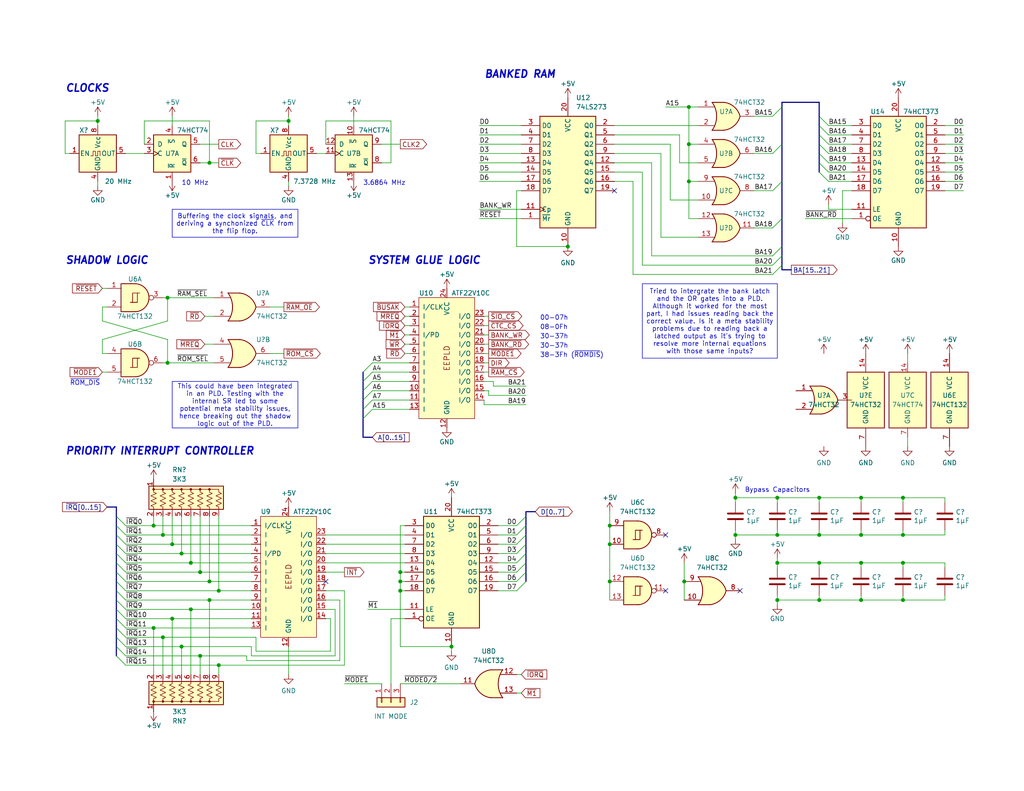
<source format=kicad_sch>
(kicad_sch (version 20230121) (generator eeschema)
  (paper "USLetter")
  (title_block (title "Glue Logic") (date "2023-08-31") (rev "2.1") (company "Frédéric Segard") (comment 1 "@microhobbyist") (comment 4 "Thank you to John Winans for his inspiration, as well as Grant Searle and Sergey Kiselev"))
  (junction (at 223.52 135.89))
  (junction (at 186.69 158.75))
  (junction (at 45.72 81.28))
  (junction (at 212.09 146.05))
  (junction (at 52.07 153.67))
  (junction (at 223.52 146.05))
  (junction (at 49.53 151.13))
  (junction (at 187.96 39.37))
  (junction (at 59.69 161.29))
  (junction (at 223.52 163.83))
  (junction (at 59.69 181.61))
  (junction (at 109.22 156.21))
  (junction (at 246.38 146.05))
  (junction (at 109.22 158.75))
  (junction (at 154.94 67.31))
  (junction (at 246.38 135.89))
  (junction (at 223.52 153.67))
  (junction (at 212.09 135.89))
  (junction (at 41.91 143.51))
  (junction (at 123.19 176.53))
  (junction (at 45.72 99.06))
  (junction (at 166.37 148.59))
  (junction (at 212.09 163.83))
  (junction (at 200.66 146.05))
  (junction (at 54.61 179.07))
  (junction (at 46.99 148.59))
  (junction (at 212.09 153.67))
  (junction (at 52.07 166.37))
  (junction (at 26.67 33.02))
  (junction (at 57.15 163.83))
  (junction (at 187.96 49.53))
  (junction (at 234.95 146.05))
  (junction (at 166.37 158.75))
  (junction (at 41.91 171.45))
  (junction (at 166.37 143.51))
  (junction (at 234.95 135.89))
  (junction (at 49.53 176.53))
  (junction (at 46.99 168.91))
  (junction (at 54.61 156.21))
  (junction (at 246.38 163.83))
  (junction (at 246.38 153.67))
  (junction (at 234.95 163.83))
  (junction (at 57.15 158.75))
  (junction (at 78.74 33.02))
  (junction (at 44.45 173.99))
  (junction (at 234.95 153.67))
  (junction (at 109.22 161.29))
  (junction (at 57.15 44.45))
  (junction (at 200.66 135.89))
  (junction (at 44.45 146.05))
  (junction (at 187.96 29.21))
  (no_connect (at 201.93 161.29))
  (no_connect (at 181.61 146.05))
  (no_connect (at 88.9 158.75))
  (no_connect (at 167.64 52.07))
  (no_connect (at 181.61 161.29))
  (bus_entry (at 223.52 46.99) (size 2.54 2.54))
  (bus_entry (at 140.97 143.51) (size 2.54 -2.54))
  (bus_entry (at 31.75 166.37) (size 2.54 2.54))
  (bus_entry (at 140.97 146.05) (size 2.54 -2.54))
  (bus_entry (at 210.82 72.39) (size 2.54 -2.54))
  (bus_entry (at 140.97 158.75) (size 2.54 -2.54))
  (bus_entry (at 140.97 161.29) (size 2.54 -2.54))
  (bus_entry (at 31.75 156.21) (size 2.54 2.54))
  (bus_entry (at 223.52 34.29) (size 2.54 2.54))
  (bus_entry (at 31.75 143.51) (size 2.54 2.54))
  (bus_entry (at 31.75 161.29) (size 2.54 2.54))
  (bus_entry (at 140.97 148.59) (size 2.54 -2.54))
  (bus_entry (at 31.75 158.75) (size 2.54 2.54))
  (bus_entry (at 31.75 176.53) (size 2.54 2.54))
  (bus_entry (at 210.82 62.23) (size 2.54 -2.54))
  (bus_entry (at 223.52 41.91) (size 2.54 2.54))
  (bus_entry (at 210.82 74.93) (size 2.54 -2.54))
  (bus_entry (at 31.75 146.05) (size 2.54 2.54))
  (bus_entry (at 31.75 173.99) (size 2.54 2.54))
  (bus_entry (at 223.52 36.83) (size 2.54 2.54))
  (bus_entry (at 31.75 168.91) (size 2.54 2.54))
  (bus_entry (at 223.52 39.37) (size 2.54 2.54))
  (bus_entry (at 31.75 163.83) (size 2.54 2.54))
  (bus_entry (at 210.82 52.07) (size 2.54 -2.54))
  (bus_entry (at 223.52 31.75) (size 2.54 2.54))
  (bus_entry (at 140.97 156.21) (size 2.54 -2.54))
  (bus_entry (at 210.82 41.91) (size 2.54 -2.54))
  (bus_entry (at 99.06 106.68) (size 2.54 -2.54))
  (bus_entry (at 210.82 31.75) (size 2.54 -2.54))
  (bus_entry (at 99.06 114.3) (size 2.54 -2.54))
  (bus_entry (at 31.75 140.97) (size 2.54 2.54))
  (bus_entry (at 31.75 179.07) (size 2.54 2.54))
  (bus_entry (at 31.75 151.13) (size 2.54 2.54))
  (bus_entry (at 210.82 69.85) (size 2.54 -2.54))
  (bus_entry (at 140.97 153.67) (size 2.54 -2.54))
  (bus_entry (at 140.97 151.13) (size 2.54 -2.54))
  (bus_entry (at 31.75 148.59) (size 2.54 2.54))
  (bus_entry (at 99.06 104.14) (size 2.54 -2.54))
  (bus_entry (at 99.06 101.6) (size 2.54 -2.54))
  (bus_entry (at 99.06 109.22) (size 2.54 -2.54))
  (bus_entry (at 31.75 153.67) (size 2.54 2.54))
  (bus_entry (at 223.52 44.45) (size 2.54 2.54))
  (bus_entry (at 99.06 111.76) (size 2.54 -2.54))
  (bus_entry (at 31.75 171.45) (size 2.54 2.54))
  (wire (pts (xy 166.37 158.75) (xy 166.37 163.83)))
  (wire (pts (xy 55.88 93.98) (xy 58.42 93.98)))
  (wire (pts (xy 78.74 31.75) (xy 78.74 33.02)))
  (wire (pts (xy 223.52 135.89) (xy 212.09 135.89)))
  (bus (pts (xy 31.75 173.99) (xy 31.75 176.53)))
  (wire (pts (xy 46.99 140.97) (xy 46.99 148.59)))
  (wire (pts (xy 109.22 158.75) (xy 110.49 158.75)))
  (wire (pts (xy 166.37 148.59) (xy 166.37 158.75)))
  (bus (pts (xy 31.75 171.45) (xy 31.75 173.99)))
  (wire (pts (xy 49.53 176.53) (xy 68.58 176.53)))
  (wire (pts (xy 212.09 152.4) (xy 212.09 153.67)))
  (wire (pts (xy 180.34 64.77) (xy 180.34 41.91)))
  (wire (pts (xy 234.95 144.78) (xy 234.95 146.05)))
  (wire (pts (xy 78.74 176.53) (xy 78.74 184.15)))
  (wire (pts (xy 46.99 168.91) (xy 46.99 184.15)))
  (wire (pts (xy 262.89 36.83) (xy 257.81 36.83)))
  (wire (pts (xy 34.29 168.91) (xy 46.99 168.91)))
  (wire (pts (xy 41.91 171.45) (xy 41.91 184.15)))
  (wire (pts (xy 104.14 39.37) (xy 109.22 39.37)))
  (bus (pts (xy 223.52 36.83) (xy 223.52 34.29)))
  (wire (pts (xy 104.14 186.69) (xy 93.98 186.69)))
  (wire (pts (xy 130.81 46.99) (xy 142.24 46.99)))
  (wire (pts (xy 29.21 83.82) (xy 27.94 83.82)))
  (wire (pts (xy 133.35 107.95) (xy 143.51 107.95)))
  (wire (pts (xy 54.61 179.07) (xy 54.61 184.15)))
  (wire (pts (xy 26.67 50.8) (xy 26.67 49.53)))
  (wire (pts (xy 34.29 163.83) (xy 57.15 163.83)))
  (wire (pts (xy 73.66 83.82) (xy 77.47 83.82)))
  (wire (pts (xy 88.9 151.13) (xy 110.49 151.13)))
  (wire (pts (xy 91.44 166.37) (xy 88.9 166.37)))
  (wire (pts (xy 223.52 162.56) (xy 223.52 163.83)))
  (wire (pts (xy 212.09 146.05) (xy 223.52 146.05)))
  (wire (pts (xy 223.52 163.83) (xy 234.95 163.83)))
  (wire (pts (xy 27.94 101.6) (xy 29.21 101.6)))
  (wire (pts (xy 167.64 36.83) (xy 185.42 36.83)))
  (wire (pts (xy 57.15 44.45) (xy 59.69 44.45)))
  (wire (pts (xy 26.67 33.02) (xy 17.78 33.02)))
  (wire (pts (xy 246.38 153.67) (xy 257.81 153.67)))
  (bus (pts (xy 223.52 39.37) (xy 223.52 36.83)))
  (wire (pts (xy 226.06 44.45) (xy 232.41 44.45)))
  (wire (pts (xy 54.61 39.37) (xy 59.69 39.37)))
  (wire (pts (xy 187.96 39.37) (xy 187.96 29.21)))
  (wire (pts (xy 88.9 33.02) (xy 88.9 39.37)))
  (wire (pts (xy 205.74 31.75) (xy 210.82 31.75)))
  (wire (pts (xy 226.06 34.29) (xy 232.41 34.29)))
  (wire (pts (xy 110.49 143.51) (xy 109.22 143.51)))
  (wire (pts (xy 246.38 135.89) (xy 257.81 135.89)))
  (wire (pts (xy 234.95 135.89) (xy 246.38 135.89)))
  (wire (pts (xy 67.31 179.07) (xy 67.31 180.34)))
  (bus (pts (xy 31.75 158.75) (xy 31.75 161.29)))
  (bus (pts (xy 99.06 109.22) (xy 99.06 111.76)))
  (bus (pts (xy 213.36 27.94) (xy 223.52 27.94)))
  (wire (pts (xy 88.9 156.21) (xy 93.98 156.21)))
  (bus (pts (xy 143.51 153.67) (xy 143.51 151.13)))
  (wire (pts (xy 234.95 146.05) (xy 246.38 146.05)))
  (bus (pts (xy 143.51 151.13) (xy 143.51 148.59)))
  (wire (pts (xy 78.74 50.8) (xy 78.74 49.53)))
  (wire (pts (xy 123.19 176.53) (xy 123.19 177.8)))
  (wire (pts (xy 246.38 154.94) (xy 246.38 153.67)))
  (wire (pts (xy 257.81 162.56) (xy 257.81 163.83)))
  (wire (pts (xy 104.14 44.45) (xy 106.68 44.45)))
  (bus (pts (xy 143.51 158.75) (xy 143.51 156.21)))
  (wire (pts (xy 187.96 39.37) (xy 190.5 39.37)))
  (wire (pts (xy 234.95 162.56) (xy 234.95 163.83)))
  (wire (pts (xy 101.6 104.14) (xy 111.76 104.14)))
  (wire (pts (xy 167.64 46.99) (xy 175.26 46.99)))
  (wire (pts (xy 257.81 144.78) (xy 257.81 146.05)))
  (wire (pts (xy 45.72 81.28) (xy 58.42 81.28)))
  (wire (pts (xy 200.66 146.05) (xy 212.09 146.05)))
  (wire (pts (xy 106.68 168.91) (xy 106.68 186.69)))
  (wire (pts (xy 57.15 163.83) (xy 57.15 184.15)))
  (wire (pts (xy 186.69 153.67) (xy 186.69 158.75)))
  (wire (pts (xy 44.45 146.05) (xy 68.58 146.05)))
  (wire (pts (xy 34.29 166.37) (xy 52.07 166.37)))
  (wire (pts (xy 182.88 39.37) (xy 182.88 54.61)))
  (wire (pts (xy 34.29 151.13) (xy 49.53 151.13)))
  (wire (pts (xy 257.81 137.16) (xy 257.81 135.89)))
  (wire (pts (xy 212.09 163.83) (xy 212.09 165.1)))
  (wire (pts (xy 133.35 93.98) (xy 132.08 93.98)))
  (wire (pts (xy 226.06 49.53) (xy 232.41 49.53)))
  (wire (pts (xy 172.72 49.53) (xy 172.72 74.93)))
  (wire (pts (xy 96.52 31.75) (xy 96.52 34.29)))
  (wire (pts (xy 109.22 161.29) (xy 109.22 176.53)))
  (wire (pts (xy 229.87 52.07) (xy 229.87 60.96)))
  (wire (pts (xy 34.29 176.53) (xy 49.53 176.53)))
  (bus (pts (xy 31.75 166.37) (xy 31.75 168.91)))
  (wire (pts (xy 132.08 106.68) (xy 133.35 106.68)))
  (bus (pts (xy 143.51 146.05) (xy 143.51 143.51)))
  (wire (pts (xy 134.62 104.14) (xy 134.62 105.41)))
  (bus (pts (xy 99.06 101.6) (xy 99.06 104.14)))
  (bus (pts (xy 223.52 31.75) (xy 223.52 27.94)))
  (wire (pts (xy 142.24 44.45) (xy 130.81 44.45)))
  (wire (pts (xy 45.72 92.71) (xy 27.94 87.63)))
  (wire (pts (xy 130.81 34.29) (xy 142.24 34.29)))
  (wire (pts (xy 246.38 163.83) (xy 257.81 163.83)))
  (wire (pts (xy 262.89 52.07) (xy 257.81 52.07)))
  (wire (pts (xy 200.66 134.62) (xy 200.66 135.89)))
  (wire (pts (xy 247.65 96.52) (xy 247.65 99.06)))
  (wire (pts (xy 180.34 41.91) (xy 167.64 41.91)))
  (wire (pts (xy 88.9 146.05) (xy 110.49 146.05)))
  (bus (pts (xy 31.75 146.05) (xy 31.75 143.51)))
  (wire (pts (xy 91.44 179.07) (xy 91.44 166.37)))
  (wire (pts (xy 109.22 143.51) (xy 109.22 156.21)))
  (bus (pts (xy 31.75 153.67) (xy 31.75 151.13)))
  (wire (pts (xy 34.29 181.61) (xy 59.69 181.61)))
  (wire (pts (xy 45.72 87.63) (xy 27.94 92.71)))
  (bus (pts (xy 213.36 69.85) (xy 213.36 72.39)))
  (bus (pts (xy 213.36 29.21) (xy 213.36 39.37)))
  (wire (pts (xy 134.62 105.41) (xy 143.51 105.41)))
  (wire (pts (xy 92.71 163.83) (xy 88.9 163.83)))
  (wire (pts (xy 54.61 44.45) (xy 57.15 44.45)))
  (wire (pts (xy 34.29 158.75) (xy 57.15 158.75)))
  (wire (pts (xy 167.64 39.37) (xy 182.88 39.37)))
  (bus (pts (xy 223.52 44.45) (xy 223.52 46.99)))
  (wire (pts (xy 187.96 29.21) (xy 190.5 29.21)))
  (wire (pts (xy 34.29 146.05) (xy 44.45 146.05)))
  (bus (pts (xy 213.36 67.31) (xy 213.36 59.69)))
  (wire (pts (xy 69.85 33.02) (xy 69.85 41.91)))
  (wire (pts (xy 101.6 111.76) (xy 111.76 111.76)))
  (wire (pts (xy 175.26 46.99) (xy 175.26 72.39)))
  (bus (pts (xy 99.06 114.3) (xy 99.06 119.38)))
  (wire (pts (xy 133.35 86.36) (xy 132.08 86.36)))
  (wire (pts (xy 29.21 96.52) (xy 27.94 96.52)))
  (wire (pts (xy 133.35 106.68) (xy 133.35 107.95)))
  (wire (pts (xy 110.49 88.9) (xy 111.76 88.9)))
  (wire (pts (xy 190.5 59.69) (xy 187.96 59.69)))
  (wire (pts (xy 262.89 34.29) (xy 257.81 34.29)))
  (wire (pts (xy 130.81 57.15) (xy 142.24 57.15)))
  (bus (pts (xy 223.52 41.91) (xy 223.52 39.37)))
  (wire (pts (xy 17.78 33.02) (xy 17.78 41.91)))
  (wire (pts (xy 132.08 101.6) (xy 133.35 101.6)))
  (wire (pts (xy 246.38 146.05) (xy 257.81 146.05)))
  (bus (pts (xy 213.36 72.39) (xy 213.36 73.66)))
  (wire (pts (xy 200.66 144.78) (xy 200.66 146.05)))
  (wire (pts (xy 54.61 140.97) (xy 54.61 156.21)))
  (wire (pts (xy 133.35 91.44) (xy 132.08 91.44)))
  (wire (pts (xy 59.69 140.97) (xy 59.69 161.29)))
  (wire (pts (xy 212.09 153.67) (xy 223.52 153.67)))
  (wire (pts (xy 59.69 181.61) (xy 59.69 184.15)))
  (wire (pts (xy 93.98 161.29) (xy 88.9 161.29)))
  (wire (pts (xy 135.89 158.75) (xy 140.97 158.75)))
  (bus (pts (xy 143.51 143.51) (xy 143.51 140.97)))
  (wire (pts (xy 101.6 109.22) (xy 111.76 109.22)))
  (wire (pts (xy 234.95 153.67) (xy 223.52 153.67)))
  (bus (pts (xy 31.75 168.91) (xy 31.75 171.45)))
  (wire (pts (xy 212.09 135.89) (xy 200.66 135.89)))
  (bus (pts (xy 31.75 148.59) (xy 31.75 146.05)))
  (wire (pts (xy 101.6 106.68) (xy 111.76 106.68)))
  (bus (pts (xy 31.75 161.29) (xy 31.75 163.83)))
  (wire (pts (xy 109.22 156.21) (xy 109.22 158.75)))
  (bus (pts (xy 31.75 143.51) (xy 31.75 140.97)))
  (bus (pts (xy 143.51 148.59) (xy 143.51 146.05)))
  (wire (pts (xy 52.07 166.37) (xy 52.07 184.15)))
  (wire (pts (xy 88.9 148.59) (xy 110.49 148.59)))
  (wire (pts (xy 212.09 137.16) (xy 212.09 135.89)))
  (wire (pts (xy 234.95 137.16) (xy 234.95 135.89)))
  (wire (pts (xy 135.89 153.67) (xy 140.97 153.67)))
  (wire (pts (xy 17.78 41.91) (xy 19.05 41.91)))
  (wire (pts (xy 101.6 101.6) (xy 111.76 101.6)))
  (bus (pts (xy 213.36 59.69) (xy 213.36 49.53)))
  (bus (pts (xy 213.36 67.31) (xy 213.36 69.85)))
  (wire (pts (xy 205.74 41.91) (xy 210.82 41.91)))
  (wire (pts (xy 44.45 140.97) (xy 44.45 146.05)))
  (bus (pts (xy 143.51 140.97) (xy 143.51 139.7)))
  (bus (pts (xy 99.06 106.68) (xy 99.06 109.22)))
  (wire (pts (xy 132.08 110.49) (xy 132.08 109.22)))
  (wire (pts (xy 226.06 41.91) (xy 232.41 41.91)))
  (wire (pts (xy 109.22 176.53) (xy 123.19 176.53)))
  (wire (pts (xy 106.68 33.02) (xy 88.9 33.02)))
  (wire (pts (xy 234.95 153.67) (xy 246.38 153.67)))
  (wire (pts (xy 140.97 52.07) (xy 140.97 67.31)))
  (wire (pts (xy 262.89 46.99) (xy 257.81 46.99)))
  (bus (pts (xy 29.21 138.43) (xy 31.75 138.43)))
  (wire (pts (xy 200.66 135.89) (xy 200.66 137.16)))
  (wire (pts (xy 78.74 33.02) (xy 69.85 33.02)))
  (wire (pts (xy 34.29 171.45) (xy 41.91 171.45)))
  (bus (pts (xy 99.06 119.38) (xy 101.6 119.38)))
  (bus (pts (xy 143.51 139.7) (xy 146.05 139.7)))
  (wire (pts (xy 181.61 29.21) (xy 187.96 29.21)))
  (wire (pts (xy 52.07 140.97) (xy 52.07 153.67)))
  (wire (pts (xy 67.31 180.34) (xy 92.71 180.34)))
  (wire (pts (xy 212.09 144.78) (xy 212.09 146.05)))
  (wire (pts (xy 135.89 146.05) (xy 140.97 146.05)))
  (bus (pts (xy 213.36 73.66) (xy 215.9 73.66)))
  (wire (pts (xy 109.22 186.69) (xy 125.73 186.69)))
  (wire (pts (xy 90.17 177.8) (xy 90.17 168.91)))
  (wire (pts (xy 212.09 162.56) (xy 212.09 163.83)))
  (wire (pts (xy 88.9 153.67) (xy 110.49 153.67)))
  (wire (pts (xy 262.89 49.53) (xy 257.81 49.53)))
  (wire (pts (xy 69.85 173.99) (xy 69.85 177.8)))
  (wire (pts (xy 92.71 180.34) (xy 92.71 163.83)))
  (wire (pts (xy 166.37 139.7) (xy 166.37 143.51)))
  (wire (pts (xy 49.53 140.97) (xy 49.53 151.13)))
  (wire (pts (xy 187.96 49.53) (xy 187.96 39.37)))
  (wire (pts (xy 166.37 143.51) (xy 166.37 148.59)))
  (wire (pts (xy 212.09 154.94) (xy 212.09 153.67)))
  (wire (pts (xy 109.22 158.75) (xy 109.22 161.29)))
  (wire (pts (xy 140.97 67.31) (xy 154.94 67.31)))
  (wire (pts (xy 49.53 151.13) (xy 68.58 151.13)))
  (wire (pts (xy 68.58 179.07) (xy 91.44 179.07)))
  (bus (pts (xy 99.06 111.76) (xy 99.06 114.3)))
  (bus (pts (xy 31.75 140.97) (xy 31.75 138.43)))
  (wire (pts (xy 185.42 44.45) (xy 190.5 44.45)))
  (wire (pts (xy 223.52 146.05) (xy 234.95 146.05)))
  (wire (pts (xy 49.53 176.53) (xy 49.53 184.15)))
  (wire (pts (xy 34.29 156.21) (xy 54.61 156.21)))
  (wire (pts (xy 246.38 144.78) (xy 246.38 146.05)))
  (wire (pts (xy 167.64 49.53) (xy 172.72 49.53)))
  (wire (pts (xy 100.33 166.37) (xy 110.49 166.37)))
  (wire (pts (xy 45.72 81.28) (xy 45.72 87.63)))
  (wire (pts (xy 219.71 59.69) (xy 232.41 59.69)))
  (wire (pts (xy 109.22 156.21) (xy 110.49 156.21)))
  (wire (pts (xy 26.67 31.75) (xy 26.67 33.02)))
  (wire (pts (xy 175.26 72.39) (xy 210.82 72.39)))
  (wire (pts (xy 41.91 171.45) (xy 68.58 171.45)))
  (wire (pts (xy 232.41 57.15) (xy 226.06 57.15)))
  (bus (pts (xy 213.36 49.53) (xy 213.36 39.37)))
  (wire (pts (xy 34.29 179.07) (xy 54.61 179.07)))
  (wire (pts (xy 226.06 39.37) (xy 232.41 39.37)))
  (wire (pts (xy 110.49 93.98) (xy 111.76 93.98)))
  (wire (pts (xy 187.96 49.53) (xy 190.5 49.53)))
  (wire (pts (xy 246.38 137.16) (xy 246.38 135.89)))
  (wire (pts (xy 232.41 52.07) (xy 229.87 52.07)))
  (wire (pts (xy 34.29 143.51) (xy 41.91 143.51)))
  (wire (pts (xy 223.52 137.16) (xy 223.52 135.89)))
  (wire (pts (xy 200.66 146.05) (xy 200.66 147.32)))
  (wire (pts (xy 57.15 163.83) (xy 68.58 163.83)))
  (wire (pts (xy 130.81 41.91) (xy 142.24 41.91)))
  (wire (pts (xy 27.94 78.74) (xy 29.21 78.74)))
  (wire (pts (xy 27.94 83.82) (xy 27.94 87.63)))
  (wire (pts (xy 59.69 181.61) (xy 93.98 181.61)))
  (wire (pts (xy 226.06 46.99) (xy 232.41 46.99)))
  (wire (pts (xy 262.89 41.91) (xy 257.81 41.91)))
  (bus (pts (xy 143.51 156.21) (xy 143.51 153.67)))
  (wire (pts (xy 46.99 148.59) (xy 68.58 148.59)))
  (wire (pts (xy 133.35 88.9) (xy 132.08 88.9)))
  (wire (pts (xy 86.36 41.91) (xy 88.9 41.91)))
  (wire (pts (xy 130.81 49.53) (xy 142.24 49.53)))
  (wire (pts (xy 257.81 44.45) (xy 262.89 44.45)))
  (wire (pts (xy 142.24 52.07) (xy 140.97 52.07)))
  (wire (pts (xy 205.74 52.07) (xy 210.82 52.07)))
  (wire (pts (xy 106.68 168.91) (xy 110.49 168.91)))
  (wire (pts (xy 130.81 39.37) (xy 142.24 39.37)))
  (wire (pts (xy 190.5 64.77) (xy 180.34 64.77)))
  (wire (pts (xy 223.52 135.89) (xy 234.95 135.89)))
  (wire (pts (xy 46.99 31.75) (xy 46.99 34.29)))
  (wire (pts (xy 34.29 173.99) (xy 44.45 173.99)))
  (wire (pts (xy 223.52 144.78) (xy 223.52 146.05)))
  (wire (pts (xy 34.29 153.67) (xy 52.07 153.67)))
  (wire (pts (xy 45.72 99.06) (xy 58.42 99.06)))
  (bus (pts (xy 31.75 158.75) (xy 31.75 156.21)))
  (wire (pts (xy 73.66 96.52) (xy 77.47 96.52)))
  (wire (pts (xy 78.74 33.02) (xy 78.74 34.29)))
  (wire (pts (xy 26.67 33.02) (xy 26.67 34.29)))
  (wire (pts (xy 223.52 154.94) (xy 223.52 153.67)))
  (wire (pts (xy 34.29 161.29) (xy 59.69 161.29)))
  (wire (pts (xy 93.98 181.61) (xy 93.98 161.29)))
  (wire (pts (xy 130.81 36.83) (xy 142.24 36.83)))
  (bus (pts (xy 213.36 29.21) (xy 213.36 27.94)))
  (wire (pts (xy 46.99 168.91) (xy 68.58 168.91)))
  (wire (pts (xy 69.85 177.8) (xy 90.17 177.8)))
  (wire (pts (xy 182.88 54.61) (xy 190.5 54.61)))
  (wire (pts (xy 130.81 59.69) (xy 142.24 59.69)))
  (bus (pts (xy 31.75 176.53) (xy 31.75 179.07)))
  (wire (pts (xy 210.82 69.85) (xy 177.8 69.85)))
  (bus (pts (xy 31.75 163.83) (xy 31.75 166.37)))
  (wire (pts (xy 59.69 161.29) (xy 68.58 161.29)))
  (wire (pts (xy 54.61 156.21) (xy 68.58 156.21)))
  (wire (pts (xy 44.45 81.28) (xy 45.72 81.28)))
  (wire (pts (xy 143.51 110.49) (xy 132.08 110.49)))
  (wire (pts (xy 135.89 143.51) (xy 140.97 143.51)))
  (wire (pts (xy 57.15 44.45) (xy 57.15 33.02)))
  (wire (pts (xy 69.85 41.91) (xy 71.12 41.91)))
  (wire (pts (xy 110.49 83.82) (xy 111.76 83.82)))
  (wire (pts (xy 39.37 33.02) (xy 39.37 39.37)))
  (wire (pts (xy 133.35 99.06) (xy 132.08 99.06)))
  (wire (pts (xy 57.15 140.97) (xy 57.15 158.75)))
  (wire (pts (xy 247.65 119.38) (xy 247.65 121.92)))
  (bus (pts (xy 31.75 151.13) (xy 31.75 148.59)))
  (wire (pts (xy 57.15 158.75) (xy 68.58 158.75)))
  (wire (pts (xy 52.07 166.37) (xy 68.58 166.37)))
  (wire (pts (xy 90.17 168.91) (xy 88.9 168.91)))
  (wire (pts (xy 101.6 99.06) (xy 111.76 99.06)))
  (wire (pts (xy 234.95 154.94) (xy 234.95 153.67)))
  (wire (pts (xy 142.24 189.23) (xy 140.97 189.23)))
  (wire (pts (xy 41.91 143.51) (xy 68.58 143.51)))
  (wire (pts (xy 110.49 86.36) (xy 111.76 86.36)))
  (wire (pts (xy 45.72 92.71) (xy 45.72 99.06)))
  (wire (pts (xy 135.89 156.21) (xy 140.97 156.21)))
  (wire (pts (xy 226.06 55.88) (xy 226.06 57.15)))
  (wire (pts (xy 109.22 161.29) (xy 110.49 161.29)))
  (wire (pts (xy 44.45 173.99) (xy 69.85 173.99)))
  (wire (pts (xy 133.35 96.52) (xy 132.08 96.52)))
  (wire (pts (xy 226.06 36.83) (xy 232.41 36.83)))
  (wire (pts (xy 110.49 96.52) (xy 111.76 96.52)))
  (bus (pts (xy 223.52 41.91) (xy 223.52 44.45)))
  (wire (pts (xy 186.69 158.75) (xy 186.69 163.83)))
  (wire (pts (xy 257.81 154.94) (xy 257.81 153.67)))
  (wire (pts (xy 135.89 148.59) (xy 140.97 148.59)))
  (wire (pts (xy 44.45 99.06) (xy 45.72 99.06)))
  (wire (pts (xy 234.95 163.83) (xy 246.38 163.83)))
  (wire (pts (xy 44.45 173.99) (xy 44.45 184.15)))
  (wire (pts (xy 177.8 69.85) (xy 177.8 44.45)))
  (bus (pts (xy 31.75 156.21) (xy 31.75 153.67)))
  (wire (pts (xy 41.91 140.97) (xy 41.91 143.51)))
  (bus (pts (xy 99.06 104.14) (xy 99.06 106.68)))
  (wire (pts (xy 135.89 161.29) (xy 140.97 161.29)))
  (wire (pts (xy 34.29 41.91) (xy 39.37 41.91)))
  (wire (pts (xy 172.72 74.93) (xy 210.82 74.93)))
  (wire (pts (xy 135.89 151.13) (xy 140.97 151.13)))
  (wire (pts (xy 212.09 163.83) (xy 223.52 163.83)))
  (wire (pts (xy 54.61 179.07) (xy 67.31 179.07)))
  (wire (pts (xy 106.68 44.45) (xy 106.68 33.02)))
  (wire (pts (xy 34.29 148.59) (xy 46.99 148.59)))
  (wire (pts (xy 55.88 86.36) (xy 58.42 86.36)))
  (wire (pts (xy 246.38 162.56) (xy 246.38 163.83)))
  (wire (pts (xy 262.89 39.37) (xy 257.81 39.37)))
  (wire (pts (xy 52.07 153.67) (xy 68.58 153.67)))
  (wire (pts (xy 167.64 44.45) (xy 177.8 44.45)))
  (wire (pts (xy 205.74 62.23) (xy 210.82 62.23)))
  (wire (pts (xy 68.58 176.53) (xy 68.58 179.07)))
  (wire (pts (xy 27.94 92.71) (xy 27.94 96.52)))
  (wire (pts (xy 57.15 33.02) (xy 39.37 33.02)))
  (bus (pts (xy 223.52 34.29) (xy 223.52 31.75)))
  (wire (pts (xy 110.49 91.44) (xy 111.76 91.44)))
  (wire (pts (xy 185.42 36.83) (xy 185.42 44.45)))
  (wire (pts (xy 142.24 184.15) (xy 140.97 184.15)))
  (wire (pts (xy 132.08 104.14) (xy 134.62 104.14)))
  (wire (pts (xy 187.96 59.69) (xy 187.96 49.53)))
  (wire (pts (xy 167.64 34.29) (xy 190.5 34.29)))
  (text_box "Buffering the clock signals, and deriving a synchonized ~{CLK} from the flip flop." (at 46.99 57.15 0) (size 34.29 7.62) (effects (font (size 1.27 1.27))))
  (text_box "Tried to intergrate the bank latch and the OR gates into a PLD. Although it worked for the most part, I had issues reading back the correct value. Is it a meta stability problems due to reading back a latched output as it's trying to resolve more internal equations with those same inputs?" (at 175.26 77.47 0) (size 36.83 20.32) (effects (font (size 1.27 1.27))))
  (text_box "This could have been integrated in an PLD. Testing with the internal SR led to some potential meta stability issues, hence breaking out the shadow logic out of the PLD." (at 46.99 104.14 0) (size 34.29 12.7) (effects (font (size 1.27 1.27))))
  (text "Bypass Capacitors" (at 203.2 134.62 0) (effects (font (size 1.27 1.27)) (justify left bottom)))
  (text "38-3Fh (~{ROMDIS})" (at 147.32 97.79 0) (effects (font (size 1.27 1.27)) (justify left bottom)))
  (text "08-0Fh" (at 147.32 90.17 0) (effects (font (size 1.27 1.27)) (justify left bottom)))
  (text "30-37h" (at 147.32 95.25 0) (effects (font (size 1.27 1.27)) (justify left bottom)))
  (text "BANKED RAM" (at 132.08 21.59 0) (effects (font (size 2 2) (thickness 0.4) bold italic) (justify left bottom)))
  (text "~{ROM_DIS}" (at 19.05 105.41 0) (effects (font (size 1.27 1.27)) (justify left bottom)))
  (text "10 MHz" (at 49.53 50.8 0) (effects (font (size 1.27 1.27)) (justify left bottom)))
  (text "00-07h" (at 147.32 87.63 0) (effects (font (size 1.27 1.27)) (justify left bottom)))
  (text "PRIORITY INTERRUPT CONTROLLER" (at 17.78 124.46 0) (effects (font (size 2 2) (thickness 0.4) bold italic) (justify left bottom)))
  (text "CLOCKS" (at 17.78 25.4 0) (effects (font (size 2 2) (thickness 0.4) bold italic) (justify left bottom)))
  (text "3.6864 MHz" (at 99.06 50.8 0) (effects (font (size 1.27 1.27)) (justify left bottom)))
  (text "30-37h" (at 147.32 92.71 0) (effects (font (size 1.27 1.27)) (justify left bottom)))
  (text "SHADOW LOGIC" (at 17.78 72.39 0) (effects (font (size 2 2) (thickness 0.4) bold italic) (justify left bottom)))
  (text "SYSTEM GLUE LOGIC" (at 100.33 72.39 0) (effects (font (size 2 2) (thickness 0.4) bold italic) (justify left bottom)))
  (label "D6" (at 262.89 49.53 180))
  (label "BA18" (at 210.82 62.23 180))
  (label "A4" (at 101.6 101.6 0))
  (label "~{IRQ}12" (at 34.29 173.99 0))
  (label "~{IRQ}2" (at 34.29 148.59 0))
  (label "BA16" (at 210.82 41.91 180))
  (label "D3" (at 262.89 41.91 180))
  (label "~{ROM_SEL}" (at 48.26 99.06 0))
  (label "A15" (at 101.6 111.76 0))
  (label "D4" (at 262.89 44.45 180))
  (label "A7" (at 101.6 109.22 0))
  (label "BA21" (at 143.51 105.41 180))
  (label "~{MODE0{slash}2}" (at 119.38 186.69 180))
  (label "D1" (at 140.97 146.05 180))
  (label "A6" (at 101.6 106.68 0))
  (label "~{IRQ}8" (at 34.29 163.83 0))
  (label "D2" (at 130.81 39.37 0))
  (label "D0" (at 140.97 143.51 180))
  (label "BA17" (at 226.06 39.37 0))
  (label "~{BANK_RD}" (at 219.71 59.69 0))
  (label "BA20" (at 226.06 46.99 0))
  (label "D3" (at 140.97 151.13 180))
  (label "~{MODE1}" (at 93.98 186.69 0))
  (label "BA20" (at 210.82 72.39 180))
  (label "D5" (at 140.97 156.21 180))
  (label "~{IRQ}4" (at 34.29 153.67 0))
  (label "D5" (at 262.89 46.99 180))
  (label "~{IRQ}11" (at 34.29 171.45 0))
  (label "~{IRQ}7" (at 34.29 161.29 0))
  (label "BA21" (at 226.06 49.53 0))
  (label "D7" (at 140.97 161.29 180))
  (label "A15" (at 181.61 29.21 0))
  (label "D2" (at 140.97 148.59 180))
  (label "D4" (at 140.97 153.67 180))
  (label "~{M1}" (at 100.33 166.37 0))
  (label "BA15" (at 210.82 31.75 180))
  (label "D4" (at 130.81 44.45 0))
  (label "BA20" (at 143.51 107.95 180))
  (label "BA19" (at 226.06 44.45 0))
  (label "~{RAM_SEL}" (at 48.26 81.28 0))
  (label "BA17" (at 210.82 52.07 180))
  (label "D3" (at 130.81 41.91 0))
  (label "D1" (at 130.81 36.83 0))
  (label "BA21" (at 210.82 74.93 180))
  (label "~{RESET}" (at 130.81 59.69 0))
  (label "D7" (at 262.89 52.07 180))
  (label "D6" (at 130.81 49.53 0))
  (label "A3" (at 101.6 99.06 0))
  (label "BA16" (at 226.06 36.83 0))
  (label "~{IRQ}15" (at 34.29 181.61 0))
  (label "BANK_WR" (at 130.81 57.15 0))
  (label "~{IRQ}14" (at 34.29 179.07 0))
  (label "A5" (at 101.6 104.14 0))
  (label "~{IRQ}1" (at 34.29 146.05 0))
  (label "~{IRQ}3" (at 34.29 151.13 0))
  (label "~{IRQ}0" (at 34.29 143.51 0))
  (label "~{IRQ}13" (at 34.29 176.53 0))
  (label "~{IRQ}10" (at 34.29 168.91 0))
  (label "D1" (at 262.89 36.83 180))
  (label "BA19" (at 143.51 110.49 180))
  (label "D2" (at 262.89 39.37 180))
  (label "D0" (at 130.81 34.29 0))
  (label "~{IRQ}6" (at 34.29 158.75 0))
  (label "BA18" (at 226.06 41.91 0))
  (label "D5" (at 130.81 46.99 0))
  (label "~{IRQ}9" (at 34.29 166.37 0))
  (label "D6" (at 140.97 158.75 180))
  (label "D0" (at 262.89 34.29 180))
  (label "~{IRQ}5" (at 34.29 156.21 0))
  (label "BA15" (at 226.06 34.29 0))
  (label "BA19" (at 210.82 69.85 180))
  (global_label "~{RESET}" (shape input) (at 27.94 78.74 180) (property "Intersheetrefs" "${INTERSHEET_REFS}" (effects hide)))
  (global_label "CLK" (shape output) (at 59.69 39.37 0) (property "Intersheetrefs" "${INTERSHEET_REFS}" (effects hide)))
  (global_label "~{WR}" (shape input) (at 110.49 93.98 180) (property "Intersheetrefs" "${INTERSHEET_REFS}" (effects hide)))
  (global_label "~{MODE1}" (shape output) (at 133.35 96.52 0) (property "Intersheetrefs" "${INTERSHEET_REFS}" (effects hide)))
  (global_label "~{SIO_CS}" (shape output) (at 133.35 86.36 0) (property "Intersheetrefs" "${INTERSHEET_REFS}" (effects hide)))
  (global_label "CLK2" (shape output) (at 109.22 39.37 0) (property "Intersheetrefs" "${INTERSHEET_REFS}" (effects hide)))
  (global_label "~{IORQ}" (shape input) (at 110.49 88.9 180) (property "Intersheetrefs" "${INTERSHEET_REFS}" (effects hide)))
  (global_label "~{RAM_CS}" (shape output) (at 133.35 101.6 0) (property "Intersheetrefs" "${INTERSHEET_REFS}" (effects hide)))
  (global_label "~{MREQ}" (shape input) (at 110.49 86.36 180) (property "Intersheetrefs" "${INTERSHEET_REFS}" (effects hide)))
  (global_label "~{MREQ}" (shape input) (at 55.88 93.98 180) (property "Intersheetrefs" "${INTERSHEET_REFS}" (effects hide)))
  (global_label "A[0..15]" (shape input) (at 101.6 119.38 0) (property "Intersheetrefs" "${INTERSHEET_REFS}" (effects hide)))
  (global_label "~{M1}" (shape input) (at 142.24 189.23 0) (property "Intersheetrefs" "${INTERSHEET_REFS}" (effects hide)))
  (global_label "~{BUSAK}" (shape input) (at 110.49 83.82 180) (property "Intersheetrefs" "${INTERSHEET_REFS}" (effects hide)))
  (global_label "BANK_WR" (shape output) (at 133.35 91.44 0) (property "Intersheetrefs" "${INTERSHEET_REFS}" (effects hide)))
  (global_label "BA[15..21]" (shape output) (at 215.9 73.66 0) (property "Intersheetrefs" "${INTERSHEET_REFS}" (effects hide)))
  (global_label "~{ROM_CS}" (shape output) (at 77.47 96.52 0) (property "Intersheetrefs" "${INTERSHEET_REFS}" (effects hide)))
  (global_label "D[0..7]" (shape bidirectional) (at 146.05 139.7 0) (property "Intersheetrefs" "${INTERSHEET_REFS}" (effects hide)))
  (global_label "~{CLK}" (shape output) (at 59.69 44.45 0) (property "Intersheetrefs" "${INTERSHEET_REFS}" (effects hide)))
  (global_label "~{INT}" (shape output) (at 93.98 156.21 0) (property "Intersheetrefs" "${INTERSHEET_REFS}" (effects hide)))
  (global_label "~{IRQ}[0..15]" (shape input) (at 29.21 138.43 180) (property "Intersheetrefs" "${INTERSHEET_REFS}" (effects hide)))
  (global_label "~{MODE1}" (shape input) (at 27.94 101.6 180) (property "Intersheetrefs" "${INTERSHEET_REFS}" (effects hide)))
  (global_label "~{M1}" (shape input) (at 110.49 91.44 180) (property "Intersheetrefs" "${INTERSHEET_REFS}" (effects hide)))
  (global_label "~{IORQ}" (shape input) (at 142.24 184.15 0) (property "Intersheetrefs" "${INTERSHEET_REFS}" (effects hide)))
  (global_label "~{CTC_CS}" (shape output) (at 133.35 88.9 0) (property "Intersheetrefs" "${INTERSHEET_REFS}" (effects hide)))
  (global_label "~{BANK_RD}" (shape output) (at 133.35 93.98 0) (property "Intersheetrefs" "${INTERSHEET_REFS}" (effects hide)))
  (global_label "DIR" (shape output) (at 133.35 99.06 0) (property "Intersheetrefs" "${INTERSHEET_REFS}" (effects hide)))
  (global_label "~{RD}" (shape input) (at 110.49 96.52 180) (property "Intersheetrefs" "${INTERSHEET_REFS}" (effects hide)))
  (global_label "~{RD}" (shape input) (at 55.88 86.36 180) (property "Intersheetrefs" "${INTERSHEET_REFS}" (effects hide)))
  (global_label "~{RAM_OE}" (shape output) (at 77.47 83.82 0) (property "Intersheetrefs" "${INTERSHEET_REFS}" (effects hide)))
  (symbol (lib_name "+5V_1") (lib_id "power:+5V") (at 186.69 153.67 0) (unit 1)
    (property "Reference" "#PWR?" (effects hide))
    (property "Value" "+5V" (at 186.69 149.86 0))
    (instances (project "1 - Main CPU board with basic peripherals (rev5)" (path "" (reference "#PWR?") (unit 1)) (path "" (reference "#PWR?") (unit 1))) (project "2 - CPU and core components (Rev 2.1)" (path "" (reference "#PWR?") (unit 1)) (path "" (reference "#PWR041") (unit 1))))
  )
  (symbol (lib_id "Device:C") (at 257.81 158.75 0) (unit 1)
    (property "Reference" "C?" (at 260.731 157.5816 0) (effects (justify left)))
    (property "Value" "1µF" (at 260.731 159.893 0) (effects (justify left)))
    (property "Footprint" "Capacitor_THT:C_Disc_D3.0mm_W2.0mm_P2.50mm" (effects hide))
    (instances (project "1 - Main CPU board with basic peripherals (rev5)" (path "" (reference "C?") (unit 1)) (path "" (reference "C?") (unit 1))) (project "" (path "" (reference "C?") (unit 1))) (project "2 - CPU and core components (Rev 2.1)" (path "" (reference "C?") (unit 1)) (path "" (reference "C16") (unit 1))))
  )
  (symbol (lib_id "74xx:74LS32") (at 198.12 31.75 0) (unit 1)
    (property "Reference" "U?" (at 198.12 30.48 0))
    (property "Value" "74HCT32" (at 204.47 27.94 0))
    (property "Footprint" "Package_DIP:DIP-14_W7.62mm_Socket" (effects hide))
    (property "Datasheet" "http://www.ti.com/lit/gpn/sn74LS32" (effects hide))
    (instances (project "1 - Main CPU board with basic peripherals (rev5)" (path "" (reference "U?") (unit 1))) (project "2 - CPU and core components (Rev 2.1)" (path "" (reference "U?") (unit 1)) (path "" (reference "U13") (unit 1))))
  )
  (symbol (lib_name "+5V_1") (lib_id "power:+5V") (at 212.09 152.4 0) (unit 1)
    (property "Reference" "#PWR?" (effects hide))
    (property "Value" "+5V" (at 212.09 148.59 0))
    (instances (project "1 - Main CPU board with basic peripherals (rev5)" (path "" (reference "#PWR?") (unit 1)) (path "" (reference "#PWR?") (unit 1))) (project "2 - CPU and memory card with the essential peripherals" (path "" (reference "#PWR?") (unit 1))) (project "3 - Quad Serial card v3" (path "" (reference "#PWR?") (unit 1)) (path "" (reference "#PWR?") (unit 1))) (project "2 - CPU and core components (Rev 2.1)" (path "" (reference "#PWR?") (unit 1)) (path "" (reference "#PWR044") (unit 1))))
  )
  (symbol (lib_id "74xx:74LS32") (at 198.12 52.07 0) (unit 3)
    (property "Reference" "U?" (at 198.12 52.07 0))
    (property "Value" "74HCT32" (at 204.47 48.26 0))
    (property "Footprint" "Package_DIP:DIP-14_W7.62mm_Socket" (effects hide))
    (property "Datasheet" "http://www.ti.com/lit/gpn/sn74LS32" (effects hide))
    (instances (project "1 - Main CPU board with basic peripherals (rev5)" (path "" (reference "U?") (unit 3))) (project "2 - CPU and core components (Rev 2.1)" (path "" (reference "U?") (unit 3)) (path "" (reference "U13") (unit 3))))
  )
  (symbol (lib_name "+5V_1") (lib_id "power:+5V") (at 154.94 26.67 0) (unit 1)
    (property "Reference" "#PWR?" (effects hide))
    (property "Value" "+5V" (at 154.94 22.86 0))
    (instances (project "1 - Main CPU board with basic peripherals (rev5)" (path "" (reference "#PWR?") (unit 1))) (project "2 - CPU and memory card with the essential peripherals" (path "" (reference "#PWR?") (unit 1))) (project "2 - CPU and core components (Rev 2.1)" (path "" (reference "#PWR?") (unit 1)) (path "" (reference "#PWR038") (unit 1))))
  )
  (symbol (lib_name "+5V_1") (lib_id "power:+5V") (at 236.22 96.52 0) (unit 1)
    (property "Reference" "#PWR?" (effects hide))
    (property "Value" "+5V" (at 236.22 92.71 0))
    (instances (project "1 - Main CPU board with basic peripherals (rev5)" (path "" (reference "#PWR?") (unit 1)) (path "" (reference "#PWR?") (unit 1))) (project "2 - CPU and core components (Rev 2.1)" (path "" (reference "#PWR?") (unit 1)) (path "" (reference "#PWR050") (unit 1))))
  )
  (symbol (lib_name "+5V_1") (lib_id "power:+5V") (at 123.19 135.89 0) (unit 1)
    (property "Reference" "#PWR?" (effects hide))
    (property "Value" "+5V" (at 123.19 132.08 0))
    (instances (project "1 - Main CPU board with basic peripherals (rev5)" (path "" (reference "#PWR?") (unit 1)) (path "" (reference "#PWR?") (unit 1))) (project "2 - CPU and core components (Rev 2.1)" (path "" (reference "#PWR?") (unit 1)) (path "" (reference "#PWR036") (unit 1))))
  )
  (symbol (lib_id "74xx:74LS132") (at 173.99 146.05 0) (unit 3)
    (property "Reference" "U6" (at 173.9817 137.16 0))
    (property "Value" "74HCT132" (at 173.9817 139.7 0))
    (property "Footprint" "Package_DIP:DIP-14_W7.62mm_Socket" (effects hide))
    (property "Datasheet" "http://www.ti.com/lit/gpn/sn74LS132" (effects hide))
    (instances (project "2 - CPU and core components (Rev 2.1)" (path "" (reference "U6") (unit 3)) (path "" (reference "U?") (unit 3))))
  )
  (symbol (lib_id "74xx:74HC74") (at 46.99 41.91 0) (unit 1)
    (property "Reference" "U7" (at 46.99 41.91 0))
    (property "Value" "74HCT74" (at 48.26 35.56 0) (effects (justify left)))
    (property "Footprint" "Package_DIP:DIP-14_W7.62mm_Socket" (effects hide))
    (property "Datasheet" "74xx/74hc_hct74.pdf" (effects hide))
  )
  (symbol (lib_id "74xx:74LS32") (at 194.31 161.29 0) (unit 3)
    (property "Reference" "U8" (at 194.31 152.4 0))
    (property "Value" "74HCT32" (at 194.31 154.94 0))
    (property "Footprint" "Package_DIP:DIP-14_W7.62mm_Socket" (effects hide))
    (property "Datasheet" "http://www.ti.com/lit/gpn/sn74LS32" (effects hide))
    (instances (project "2 - CPU and core components (Rev 2.1)" (path "" (reference "U8") (unit 3)) (path "" (reference "U?") (unit 3)) (path "" (reference "U?") (unit 3))))
  )
  (symbol (lib_name "+5V_1") (lib_id "power:+5V") (at 224.79 96.52 0) (unit 1)
    (property "Reference" "#PWR?" (effects hide))
    (property "Value" "+5V" (at 224.79 92.71 0))
    (instances (project "1 - Main CPU board with basic peripherals (rev5)" (path "" (reference "#PWR?") (unit 1)) (path "" (reference "#PWR?") (unit 1))) (project "2 - CPU and core components (Rev 2.1)" (path "" (reference "#PWR?") (unit 1)) (path "" (reference "#PWR046") (unit 1))))
  )
  (symbol (lib_id "Device:R_Network08_US") (at 52.07 189.23 0) (mirror x) (unit 1)
    (property "Reference" "RN?" (at 46.99 196.85 0) (effects (justify left)))
    (property "Value" "3K3" (at 46.99 194.31 0) (effects (justify left)))
    (property "Footprint" "Resistor_THT:R_Array_SIP9" (effects hide))
    (property "Datasheet" "http://www.vishay.com/docs/31509/csc.pdf" (effects hide))
    (instances (project "1 - Main CPU board with basic peripherals (rev5)" (path "" (reference "RN?") (unit 1))) (project "2 - CPU and core components (Rev 2.1)" (path "" (reference "RN?") (unit 1)) (path "" (reference "RN2") (unit 1))))
  )
  (symbol (lib_name "+5V_1") (lib_id "power:+5V") (at 41.91 194.31 0) (mirror x) (unit 1)
    (property "Reference" "#PWR?" (effects hide))
    (property "Value" "+5V" (at 41.91 198.12 0))
    (instances (project "1 - Main CPU board with basic peripherals (rev5)" (path "" (reference "#PWR?") (unit 1)) (path "" (reference "#PWR?") (unit 1))) (project "2 - CPU and core components (Rev 2.1)" (path "" (reference "#PWR?") (unit 1)) (path "" (reference "#PWR025") (unit 1))))
  )
  (symbol (lib_name "+5V_1") (lib_id "power:+5V") (at 96.52 31.75 0) (unit 1)
    (property "Reference" "#PWR?" (effects hide))
    (property "Value" "+5V" (at 96.52 27.94 0))
    (instances (project "1 - Main CPU board with basic peripherals (rev5)" (path "" (reference "#PWR?") (unit 1))) (project "0 - Card edge backplane v2" (path "" (reference "#PWR?") (unit 1))) (project "2 - CPU and core components (Rev 2.1)" (path "" (reference "#PWR?") (unit 1)) (path "" (reference "#PWR?") (unit 1)) (path "" (reference "#PWR032") (unit 1))))
  )
  (symbol (lib_name "GND_2") (lib_id "power:GND") (at 121.92 116.84 0) (unit 1)
    (property "Reference" "#PWR?" (effects hide))
    (property "Value" "GND" (at 121.92 120.65 0))
    (instances (project "1 - Main CPU board with basic peripherals (rev5)" (path "" (reference "#PWR?") (unit 1))) (project "1 - ATX 16 bit ISA passive backplane" (path "" (reference "#PWR?") (unit 1))) (project "2 - CPU and core components (Rev 2.1)" (path "" (reference "#PWR?") (unit 1)) (path "" (reference "#PWR?") (unit 1)) (path "" (reference "#PWR035") (unit 1))))
  )
  (symbol (lib_id "0_Library:ATF22V10C") (at 78.74 139.7 0) (unit 1)
    (property "Reference" "U9" (at 71.12 139.7 0) (effects (justify left)))
    (property "Value" "ATF22V10C" (at 80.01 139.7 0) (effects (justify left)))
    (property "Footprint" "Package_DIP:DIP-24_W7.62mm_Socket" (effects hide))
    (property "Datasheet" "http://ww1.microchip.com/downloads/en/DeviceDoc/doc0735.pdf" (effects hide))
  )
  (symbol (lib_name "+5V_1") (lib_id "power:+5V") (at 200.66 134.62 0) (unit 1)
    (property "Reference" "#PWR?" (effects hide))
    (property "Value" "+5V" (at 200.66 130.81 0))
    (instances (project "1 - Main CPU board with basic peripherals (rev5)" (path "" (reference "#PWR?") (unit 1)) (path "" (reference "#PWR?") (unit 1))) (project "2 - CPU and memory card with the essential peripherals" (path "" (reference "#PWR?") (unit 1))) (project "3 - Quad Serial card v3" (path "" (reference "#PWR?") (unit 1)) (path "" (reference "#PWR?") (unit 1))) (project "2 - CPU and core components (Rev 2.1)" (path "" (reference "#PWR?") (unit 1)) (path "" (reference "#PWR042") (unit 1))))
  )
  (symbol (lib_id "Device:C") (at 223.52 158.75 0) (unit 1)
    (property "Reference" "C?" (at 226.441 157.5816 0) (effects (justify left)))
    (property "Value" "1µF" (at 226.441 159.893 0) (effects (justify left)))
    (property "Footprint" "Capacitor_THT:C_Disc_D3.0mm_W2.0mm_P2.50mm" (effects hide))
    (instances (project "1 - Main CPU board with basic peripherals (rev5)" (path "" (reference "C?") (unit 1)) (path "" (reference "C?") (unit 1))) (project "" (path "" (reference "C?") (unit 1))) (project "2 - CPU and core components (Rev 2.1)" (path "" (reference "C?") (unit 1)) (path "" (reference "C10") (unit 1))))
  )
  (symbol (lib_name "+5V_1") (lib_id "power:+5V") (at 226.06 55.88 0) (unit 1)
    (property "Reference" "#PWR?" (effects hide))
    (property "Value" "+5V" (at 226.06 52.07 0))
    (instances (project "1 - Main CPU board with basic peripherals (rev5)" (path "" (reference "#PWR?") (unit 1))) (project "2 - CPU and memory card with the essential peripherals" (path "" (reference "#PWR?") (unit 1))) (project "2 - CPU and core components (Rev 2.1)" (path "" (reference "#PWR?") (unit 1)) (path "" (reference "#PWR048") (unit 1))))
  )
  (symbol (lib_id "74xx:74LS32") (at 198.12 41.91 0) (unit 2)
    (property "Reference" "U?" (at 198.12 41.91 0))
    (property "Value" "74HCT32" (at 204.47 38.1 0))
    (property "Footprint" "Package_DIP:DIP-14_W7.62mm_Socket" (effects hide))
    (property "Datasheet" "http://www.ti.com/lit/gpn/sn74LS32" (effects hide))
    (instances (project "1 - Main CPU board with basic peripherals (rev5)" (path "" (reference "U?") (unit 2))) (project "2 - CPU and core components (Rev 2.1)" (path "" (reference "U?") (unit 2)) (path "" (reference "U13") (unit 2))))
  )
  (symbol (lib_name "+5V_1") (lib_id "power:+5V") (at 78.74 31.75 0) (unit 1)
    (property "Reference" "#PWR?" (effects hide))
    (property "Value" "+5V" (at 78.74 27.94 0))
    (instances (project "1 - Main CPU board with basic peripherals (rev5)" (path "" (reference "#PWR?") (unit 1))) (project "0 - Card edge backplane v2" (path "" (reference "#PWR?") (unit 1))) (project "2 - CPU and core components (Rev 2.1)" (path "" (reference "#PWR?") (unit 1)) (path "" (reference "#PWR?") (unit 1)) (path "" (reference "#PWR028") (unit 1))))
  )
  (symbol (lib_id "power:GND") (at 224.79 121.92 0) (unit 1)
    (property "Reference" "#PWR?" (effects hide))
    (property "Value" "GND" (at 224.79 126.3634 0))
    (instances (project "1 - Main CPU board with basic peripherals (rev5)" (path "" (reference "#PWR?") (unit 1)) (path "" (reference "#PWR?") (unit 1))) (project "2 - CPU and core components (Rev 2.1)" (path "" (reference "#PWR?") (unit 1)) (path "" (reference "#PWR047") (unit 1))))
  )
  (symbol (lib_id "power:GND") (at 123.19 177.8 0) (unit 1)
    (property "Reference" "#PWR?" (effects hide))
    (property "Value" "GND" (at 123.19 182.2434 0))
    (instances (project "1 - Main CPU board with basic peripherals (rev5)" (path "" (reference "#PWR?") (unit 1))) (project "2 - CPU and core components (Rev 2.1)" (path "" (reference "#PWR?") (unit 1)) (path "" (reference "#PWR037") (unit 1))))
  )
  (symbol (lib_id "0_Library:ATF22V10C") (at 121.92 80.01 0) (unit 1)
    (property "Reference" "U10" (at 114.3 80.01 0) (effects (justify left)))
    (property "Value" "ATF22V10C" (at 123.19 80.01 0) (effects (justify left)))
    (property "Footprint" "Package_DIP:DIP-24_W7.62mm_Socket" (effects hide))
    (property "Datasheet" "http://ww1.microchip.com/downloads/en/DeviceDoc/doc0735.pdf" (effects hide))
  )
  (symbol (lib_id "Device:C") (at 246.38 158.75 0) (unit 1)
    (property "Reference" "C?" (at 249.301 157.5816 0) (effects (justify left)))
    (property "Value" "1µF" (at 249.301 159.893 0) (effects (justify left)))
    (property "Footprint" "Capacitor_THT:C_Disc_D3.0mm_W2.0mm_P2.50mm" (effects hide))
    (instances (project "1 - Main CPU board with basic peripherals (rev5)" (path "" (reference "C?") (unit 1)) (path "" (reference "C?") (unit 1))) (project "" (path "" (reference "C?") (unit 1))) (project "2 - CPU and core components (Rev 2.1)" (path "" (reference "C?") (unit 1)) (path "" (reference "C14") (unit 1))))
  )
  (symbol (lib_id "Device:C") (at 200.66 140.97 0) (unit 1)
    (property "Reference" "C?" (at 203.581 139.8016 0) (effects (justify left)))
    (property "Value" "1µF" (at 203.581 142.113 0) (effects (justify left)))
    (property "Footprint" "Capacitor_THT:C_Disc_D3.0mm_W1.6mm_P2.50mm" (effects hide))
    (instances (project "1 - Main CPU board with basic peripherals (rev5)" (path "" (reference "C?") (unit 1)) (path "" (reference "C?") (unit 1))) (project "2 - CPU and memory card with the essential peripherals" (path "" (reference "C?") (unit 1))) (project "3 - Quad Serial card v3" (path "" (reference "C?") (unit 1)) (path "" (reference "C?") (unit 1))) (project "2 - CPU and core components (Rev 2.1)" (path "" (reference "C?") (unit 1)) (path "" (reference "C6") (unit 1))))
  )
  (symbol (lib_id "Device:C") (at 257.81 140.97 0) (unit 1)
    (property "Reference" "C?" (at 260.731 139.8016 0) (effects (justify left)))
    (property "Value" "1µF" (at 260.731 142.113 0) (effects (justify left)))
    (property "Footprint" "Capacitor_THT:C_Disc_D3.0mm_W2.0mm_P2.50mm" (effects hide))
    (instances (project "1 - Main CPU board with basic peripherals (rev5)" (path "" (reference "C?") (unit 1)) (path "" (reference "C?") (unit 1))) (project "" (path "" (reference "C?") (unit 1))) (project "2 - CPU and core components (Rev 2.1)" (path "" (reference "C?") (unit 1)) (path "" (reference "C15") (unit 1))))
  )
  (symbol (lib_id "Connector_Generic:Conn_01x03") (at 106.68 191.77 90) (mirror x) (unit 1)
    (property "Reference" "J2" (at 111.76 191.77 90) (effects (justify right)))
    (property "Value" "INT MODE" (at 106.68 195.58 90))
    (property "Footprint" "Connector_PinHeader_2.54mm:PinHeader_1x03_P2.54mm_Vertical" (effects hide))
  )
  (symbol (lib_name "+5V_1") (lib_id "power:+5V") (at 96.52 49.53 180) (unit 1)
    (property "Reference" "#PWR?" (effects hide))
    (property "Value" "+5V" (at 96.52 53.34 0))
    (instances (project "1 - Main CPU board with basic peripherals (rev5)" (path "" (reference "#PWR?") (unit 1))) (project "0 - Card edge backplane v2" (path "" (reference "#PWR?") (unit 1))) (project "2 - CPU and core components (Rev 2.1)" (path "" (reference "#PWR?") (unit 1)) (path "" (reference "#PWR?") (unit 1)) (path "" (reference "#PWR033") (unit 1))))
  )
  (symbol (lib_name "GND_1") (lib_id "power:GND") (at 212.09 165.1 0) (unit 1)
    (property "Reference" "#PWR?" (effects hide))
    (property "Value" "GND" (at 212.09 168.91 0))
    (instances (project "1 - Main CPU board with basic peripherals (rev5)" (path "" (reference "#PWR?") (unit 1)) (path "" (reference "#PWR?") (unit 1))) (project "2 - CPU and memory card with the essential peripherals" (path "" (reference "#PWR?") (unit 1))) (project "3 - Quad Serial card v3" (path "" (reference "#PWR?") (unit 1)) (path "" (reference "#PWR?") (unit 1))) (project "2 - CPU and core components (Rev 2.1)" (path "" (reference "#PWR?") (unit 1)) (path "" (reference "#PWR045") (unit 1))))
  )
  (symbol (lib_name "GND_1") (lib_id "power:GND") (at 200.66 147.32 0) (unit 1)
    (property "Reference" "#PWR?" (effects hide))
    (property "Value" "GND" (at 200.66 151.13 0))
    (instances (project "1 - Main CPU board with basic peripherals (rev5)" (path "" (reference "#PWR?") (unit 1)) (path "" (reference "#PWR?") (unit 1))) (project "2 - CPU and memory card with the essential peripherals" (path "" (reference "#PWR?") (unit 1))) (project "3 - Quad Serial card v3" (path "" (reference "#PWR?") (unit 1)) (path "" (reference "#PWR?") (unit 1))) (project "2 - CPU and core components (Rev 2.1)" (path "" (reference "#PWR?") (unit 1)) (path "" (reference "#PWR043") (unit 1))))
  )
  (symbol (lib_id "74xx:74LS32") (at 133.35 186.69 0) (mirror y) (unit 4)
    (property "Reference" "U8" (at 133.35 177.8 0))
    (property "Value" "74HCT32" (at 133.35 180.34 0))
    (property "Footprint" "Package_DIP:DIP-14_W7.62mm_Socket" (effects hide))
    (property "Datasheet" "http://www.ti.com/lit/gpn/sn74LS32" (effects hide))
  )
  (symbol (lib_id "74xx:74LS132") (at 36.83 81.28 0) (unit 1)
    (property "Reference" "U6" (at 36.83 76.2 0))
    (property "Value" "74HCT132" (at 36.83 86.36 0))
    (property "Footprint" "Package_DIP:DIP-14_W7.62mm_Socket" (effects hide))
    (property "Datasheet" "http://www.ti.com/lit/gpn/sn74LS132" (effects hide))
  )
  (symbol (lib_name "+5V_1") (lib_id "power:+5V") (at 46.99 31.75 0) (unit 1)
    (property "Reference" "#PWR?" (effects hide))
    (property "Value" "+5V" (at 46.99 27.94 0))
    (instances (project "1 - Main CPU board with basic peripherals (rev5)" (path "" (reference "#PWR?") (unit 1))) (project "0 - Card edge backplane v2" (path "" (reference "#PWR?") (unit 1))) (project "2 - CPU and core components (Rev 2.1)" (path "" (reference "#PWR?") (unit 1)) (path "" (reference "#PWR?") (unit 1)) (path "" (reference "#PWR026") (unit 1))))
  )
  (symbol (lib_id "74xx:74LS32") (at 198.12 62.23 0) (unit 4)
    (property "Reference" "U?" (at 198.12 62.23 0))
    (property "Value" "74HCT32" (at 204.47 58.42 0))
    (property "Footprint" "Package_DIP:DIP-14_W7.62mm_Socket" (effects hide))
    (property "Datasheet" "http://www.ti.com/lit/gpn/sn74LS32" (effects hide))
    (instances (project "1 - Main CPU board with basic peripherals (rev5)" (path "" (reference "U?") (unit 4))) (project "2 - CPU and core components (Rev 2.1)" (path "" (reference "U?") (unit 4)) (path "" (reference "U13") (unit 4))))
  )
  (symbol (lib_name "+5V_1") (lib_id "power:+5V") (at 41.91 130.81 0) (unit 1)
    (property "Reference" "#PWR?" (effects hide))
    (property "Value" "+5V" (at 41.91 127 0))
    (instances (project "1 - Main CPU board with basic peripherals (rev5)" (path "" (reference "#PWR?") (unit 1)) (path "" (reference "#PWR?") (unit 1))) (project "2 - CPU and core components (Rev 2.1)" (path "" (reference "#PWR?") (unit 1)) (path "" (reference "#PWR024") (unit 1))))
  )
  (symbol (lib_id "Device:C") (at 212.09 140.97 0) (unit 1)
    (property "Reference" "C?" (at 215.011 139.8016 0) (effects (justify left)))
    (property "Value" "1µF" (at 215.011 142.113 0) (effects (justify left)))
    (property "Footprint" "Capacitor_THT:C_Disc_D3.0mm_W1.6mm_P2.50mm" (effects hide))
    (instances (project "1 - Main CPU board with basic peripherals (rev5)" (path "" (reference "C?") (unit 1)) (path "" (reference "C?") (unit 1))) (project "2 - CPU and memory card with the essential peripherals" (path "" (reference "C?") (unit 1))) (project "3 - Quad Serial card v3" (path "" (reference "C?") (unit 1)) (path "" (reference "C?") (unit 1))) (project "2 - CPU and core components (Rev 2.1)" (path "" (reference "C?") (unit 1)) (path "" (reference "C7") (unit 1))))
  )
  (symbol (lib_id "74xx:74LS373") (at 245.11 46.99 0) (unit 1)
    (property "Reference" "U14" (at 237.49 30.48 0) (effects (justify left)))
    (property "Value" "74HCT373" (at 246.38 30.48 0) (effects (justify left)))
    (property "Footprint" "Package_DIP:DIP-20_W7.62mm_Socket" (effects hide))
    (property "Datasheet" "http://www.ti.com/lit/gpn/sn74LS373" (effects hide))
  )
  (symbol (lib_name "GND_1") (lib_id "power:GND") (at 229.87 60.96 0) (unit 1)
    (property "Reference" "#PWR?" (effects hide))
    (property "Value" "GND" (at 229.87 64.77 0))
    (instances (project "1 - Main CPU board with basic peripherals (rev5)" (path "" (reference "#PWR?") (unit 1)) (path "" (reference "#PWR?") (unit 1))) (project "2 - CPU and memory card with the essential peripherals" (path "" (reference "#PWR?") (unit 1))) (project "3 - Quad Serial card v3" (path "" (reference "#PWR?") (unit 1)) (path "" (reference "#PWR?") (unit 1))) (project "2 - CPU and core components (Rev 2.1)" (path "" (reference "#PWR?") (unit 1)) (path "" (reference "#PWR049") (unit 1))))
  )
  (symbol (lib_id "Device:R_Network08_US") (at 52.07 135.89 0) (unit 1)
    (property "Reference" "RN?" (at 46.99 128.27 0) (effects (justify left)))
    (property "Value" "3K3" (at 46.99 130.81 0) (effects (justify left)))
    (property "Footprint" "Resistor_THT:R_Array_SIP9" (effects hide))
    (property "Datasheet" "http://www.vishay.com/docs/31509/csc.pdf" (effects hide))
    (instances (project "1 - Main CPU board with basic peripherals (rev5)" (path "" (reference "RN?") (unit 1))) (project "2 - CPU and core components (Rev 2.1)" (path "" (reference "RN?") (unit 1)) (path "" (reference "RN1") (unit 1))))
  )
  (symbol (lib_name "+5V_1") (lib_id "power:+5V") (at 26.67 31.75 0) (unit 1)
    (property "Reference" "#PWR?" (effects hide))
    (property "Value" "+5V" (at 26.67 27.94 0))
    (instances (project "1 - Main CPU board with basic peripherals (rev5)" (path "" (reference "#PWR?") (unit 1))) (project "0 - Card edge backplane v2" (path "" (reference "#PWR?") (unit 1))) (project "2 - CPU and core components (Rev 2.1)" (path "" (reference "#PWR?") (unit 1)) (path "" (reference "#PWR?") (unit 1)) (path "" (reference "#PWR022") (unit 1))))
  )
  (symbol (lib_id "74xx:74LS32") (at 66.04 83.82 0) (unit 1)
    (property "Reference" "U?" (at 69.85 80.01 0) (effects (justify left)))
    (property "Value" "74HCT32" (at 69.85 86.36 0) (effects (justify left)))
    (property "Footprint" "Package_DIP:DIP-14_W7.62mm_Socket" (effects hide))
    (property "Datasheet" "http://www.ti.com/lit/gpn/sn74LS32" (effects hide))
    (instances (project "3 - CPU and memory" (path "" (reference "U?") (unit 1))) (project "2 - CPU and core components (Rev 2.1)" (path "" (reference "U8") (unit 1))))
  )
  (symbol (lib_id "74xx:74LS32") (at 224.79 109.22 0) (unit 1)
    (property "Reference" "U?" (at 224.79 107.95 0))
    (property "Value" "74HCT32" (at 224.79 110.49 0))
    (property "Footprint" "Package_DIP:DIP-14_W7.62mm_Socket" (effects hide))
    (property "Datasheet" "http://www.ti.com/lit/gpn/sn74LS32" (effects hide))
    (instances (project "1 - Main CPU board with basic peripherals (rev5)" (path "" (reference "U?") (unit 1))) (project "2 - CPU and core components (Rev 2.1)" (path "" (reference "U?") (unit 1)) (path "" (reference "U8") (unit 5))))
  )
  (symbol (lib_id "74xx:74LS32") (at 236.22 109.22 0) (unit 5)
    (property "Reference" "U?" (at 236.22 107.95 0))
    (property "Value" "74HCT32" (at 236.22 110.49 0))
    (property "Footprint" "Package_DIP:DIP-14_W7.62mm_Socket" (effects hide))
    (property "Datasheet" "http://www.ti.com/lit/gpn/sn74LS32" (effects hide))
    (instances (project "1 - Main CPU board with basic peripherals (rev5)" (path "" (reference "U?") (unit 5)) (path "" (reference "U?") (unit 5))) (project "2 - CPU and core components (Rev 2.1)" (path "" (reference "U?") (unit 5)) (path "" (reference "U13") (unit 5))))
  )
  (symbol (lib_id "74xx:74LS132") (at 36.83 99.06 0) (unit 2)
    (property "Reference" "U6" (at 36.83 93.98 0))
    (property "Value" "74HCT132" (at 36.83 104.14 0))
    (property "Footprint" "Package_DIP:DIP-14_W7.62mm_Socket" (effects hide))
    (property "Datasheet" "http://www.ti.com/lit/gpn/sn74LS132" (effects hide))
  )
  (symbol (lib_name "+5V_1") (lib_id "power:+5V") (at 247.65 96.52 0) (unit 1)
    (property "Reference" "#PWR?" (effects hide))
    (property "Value" "+5V" (at 247.65 92.71 0))
    (instances (project "1 - Main CPU board with basic peripherals (rev5)" (path "" (reference "#PWR?") (unit 1)) (path "" (reference "#PWR?") (unit 1))) (project "2 - CPU and core components (Rev 2.1)" (path "" (reference "#PWR?") (unit 1)) (path "" (reference "#PWR054") (unit 1))))
  )
  (symbol (lib_name "+5V_1") (lib_id "power:+5V") (at 121.92 78.74 0) (unit 1)
    (property "Reference" "#PWR?" (effects hide))
    (property "Value" "+5V" (at 121.92 74.93 0))
    (instances (project "1 - Main CPU board with basic peripherals (rev5)" (path "" (reference "#PWR?") (unit 1))) (project "2 - CPU and memory card with the essential peripherals" (path "" (reference "#PWR?") (unit 1))) (project "2 - CPU and core components (Rev 2.1)" (path "" (reference "#PWR?") (unit 1)) (path "" (reference "#PWR034") (unit 1))))
  )
  (symbol (lib_name "GND_2") (lib_id "power:GND") (at 26.67 50.8 0) (unit 1)
    (property "Reference" "#PWR?" (effects hide))
    (property "Value" "GND" (at 26.67 54.61 0))
    (instances (project "1 - Main CPU board with basic peripherals (rev5)" (path "" (reference "#PWR?") (unit 1))) (project "1 - ATX 16 bit ISA passive backplane" (path "" (reference "#PWR?") (unit 1))) (project "2 - CPU and core components (Rev 2.1)" (path "" (reference "#PWR?") (unit 1)) (path "" (reference "#PWR?") (unit 1)) (path "" (reference "#PWR023") (unit 1))))
  )
  (symbol (lib_id "Device:C") (at 234.95 158.75 0) (unit 1)
    (property "Reference" "C?" (at 237.871 157.5816 0) (effects (justify left)))
    (property "Value" "1µF" (at 237.871 159.893 0) (effects (justify left)))
    (property "Footprint" "Capacitor_THT:C_Disc_D3.0mm_W1.6mm_P2.50mm" (effects hide))
    (instances (project "1 - Main CPU board with basic peripherals (rev5)" (path "" (reference "C?") (unit 1)) (path "" (reference "C?") (unit 1))) (project "2 - CPU and memory card with the essential peripherals" (path "" (reference "C?") (unit 1))) (project "3 - Quad Serial card v3" (path "" (reference "C?") (unit 1)) (path "" (reference "C?") (unit 1))) (project "2 - CPU and core components (Rev 2.1)" (path "" (reference "C?") (unit 1)) (path "" (reference "C12") (unit 1))))
  )
  (symbol (lib_name "+5V_1") (lib_id "power:+5V") (at 78.74 138.43 0) (unit 1)
    (property "Reference" "#PWR?" (effects hide))
    (property "Value" "+5V" (at 78.74 134.62 0))
    (instances (project "1 - Main CPU board with basic peripherals (rev5)" (path "" (reference "#PWR?") (unit 1)) (path "" (reference "#PWR?") (unit 1))) (project "2 - CPU and core components (Rev 2.1)" (path "" (reference "#PWR?") (unit 1)) (path "" (reference "#PWR030") (unit 1))))
  )
  (symbol (lib_id "74xx:74LS273") (at 154.94 46.99 0) (unit 1)
    (property "Reference" "U12" (at 157.1341 26.67 0) (effects (justify left)))
    (property "Value" "74LS273" (at 157.1341 29.21 0) (effects (justify left)))
    (property "Footprint" "Package_DIP:DIP-20_W7.62mm_Socket" (effects hide))
    (property "Datasheet" "http://www.ti.com/lit/gpn/sn74LS273" (effects hide))
  )
  (symbol (lib_id "Oscillator:CXO_DIP8") (at 26.67 41.91 0) (unit 1)
    (property "Reference" "X?" (at 22.86 35.56 0))
    (property "Value" "20 MHz" (at 28.575 49.53 0) (effects (justify left)))
    (property "Footprint" "0_Library:DIP-8-4_W7.62mm_Oscillator_Socket" (effects hide))
    (property "Datasheet" "http://cdn-reichelt.de/documents/datenblatt/B400/OSZI.pdf" (effects hide))
    (instances (project "1 - Main CPU board with basic peripherals (rev5)" (path "" (reference "X?") (unit 1))) (project "1 - Main CPU card with CTC, SIO and PIO" (path "" (reference "X?") (unit 1))) (project "0 - Card edge backplane v2" (path "" (reference "X?") (unit 1))) (project "2 - CPU and core components (Rev 2.1)" (path "" (reference "X?") (unit 1)) (path "" (reference "X?") (unit 1)) (path "" (reference "X1") (unit 1))))
  )
  (symbol (lib_name "GND_1") (lib_id "power:GND") (at 245.11 67.31 0) (unit 1)
    (property "Reference" "#PWR?" (effects hide))
    (property "Value" "GND" (at 245.11 71.12 0))
    (instances (project "1 - Main CPU board with basic peripherals (rev5)" (path "" (reference "#PWR?") (unit 1)) (path "" (reference "#PWR?") (unit 1))) (project "2 - CPU and memory card with the essential peripherals" (path "" (reference "#PWR?") (unit 1))) (project "3 - Quad Serial card v3" (path "" (reference "#PWR?") (unit 1)) (path "" (reference "#PWR?") (unit 1))) (project "2 - CPU and core components (Rev 2.1)" (path "" (reference "#PWR?") (unit 1)) (path "" (reference "#PWR053") (unit 1))))
  )
  (symbol (lib_id "power:GND") (at 259.08 121.92 0) (unit 1)
    (property "Reference" "#PWR?" (effects hide))
    (property "Value" "GND" (at 259.08 126.3634 0))
    (instances (project "1 - Main CPU board with basic peripherals (rev5)" (path "" (reference "#PWR?") (unit 1)) (path "" (reference "#PWR?") (unit 1))) (project "2 - CPU and core components (Rev 2.1)" (path "" (reference "#PWR?") (unit 1)) (path "" (reference "#PWR057") (unit 1))))
  )
  (symbol (lib_id "74xx:74LS32") (at 66.04 96.52 0) (unit 2)
    (property "Reference" "U?" (at 69.85 92.71 0) (effects (justify left)))
    (property "Value" "74HCT32" (at 69.85 99.06 0) (effects (justify left)))
    (property "Footprint" "Package_DIP:DIP-14_W7.62mm_Socket" (effects hide))
    (property "Datasheet" "http://www.ti.com/lit/gpn/sn74LS32" (effects hide))
    (instances (project "3 - CPU and memory" (path "" (reference "U?") (unit 2))) (project "2 - CPU and core components (Rev 2.1)" (path "" (reference "U8") (unit 2))))
  )
  (symbol (lib_id "74xx:74HC74") (at 247.65 109.22 0) (unit 3)
    (property "Reference" "U7" (at 247.65 107.95 0))
    (property "Value" "74HCT74" (at 247.65 110.49 0))
    (property "Footprint" "Package_DIP:DIP-14_W7.62mm_Socket" (effects hide))
    (property "Datasheet" "74xx/74hc_hct74.pdf" (effects hide))
  )
  (symbol (lib_id "power:GND") (at 154.94 67.31 0) (unit 1)
    (property "Reference" "#PWR?" (effects hide))
    (property "Value" "GND" (at 154.94 71.7534 0))
    (instances (project "1 - Main CPU board with basic peripherals (rev5)" (path "" (reference "#PWR?") (unit 1))) (project "2 - CPU and core components (Rev 2.1)" (path "" (reference "#PWR?") (unit 1)) (path "" (reference "#PWR039") (unit 1))))
  )
  (symbol (lib_name "+5V_1") (lib_id "power:+5V") (at 166.37 139.7 0) (unit 1)
    (property "Reference" "#PWR?" (effects hide))
    (property "Value" "+5V" (at 166.37 135.89 0))
    (instances (project "1 - Main CPU board with basic peripherals (rev5)" (path "" (reference "#PWR?") (unit 1)) (path "" (reference "#PWR?") (unit 1))) (project "2 - CPU and core components (Rev 2.1)" (path "" (reference "#PWR?") (unit 1)) (path "" (reference "#PWR040") (unit 1))))
  )
  (symbol (lib_name "+5V_1") (lib_id "power:+5V") (at 46.99 49.53 180) (unit 1)
    (property "Reference" "#PWR?" (effects hide))
    (property "Value" "+5V" (at 46.99 53.34 0))
    (instances (project "1 - Main CPU board with basic peripherals (rev5)" (path "" (reference "#PWR?") (unit 1))) (project "0 - Card edge backplane v2" (path "" (reference "#PWR?") (unit 1))) (project "2 - CPU and core components (Rev 2.1)" (path "" (reference "#PWR?") (unit 1)) (path "" (reference "#PWR?") (unit 1)) (path "" (reference "#PWR027") (unit 1))))
  )
  (symbol (lib_id "Device:C") (at 223.52 140.97 0) (unit 1)
    (property "Reference" "C?" (at 226.441 139.8016 0) (effects (justify left)))
    (property "Value" "1µF" (at 226.441 142.113 0) (effects (justify left)))
    (property "Footprint" "Capacitor_THT:C_Disc_D3.0mm_W1.6mm_P2.50mm" (effects hide))
    (instances (project "1 - Main CPU board with basic peripherals (rev5)" (path "" (reference "C?") (unit 1)) (path "" (reference "C?") (unit 1))) (project "2 - CPU and memory card with the essential peripherals" (path "" (reference "C?") (unit 1))) (project "3 - Quad Serial card v3" (path "" (reference "C?") (unit 1)) (path "" (reference "C?") (unit 1))) (project "2 - CPU and core components (Rev 2.1)" (path "" (reference "C?") (unit 1)) (path "" (reference "C9") (unit 1))))
  )
  (symbol (lib_id "power:GND") (at 247.65 121.92 0) (unit 1)
    (property "Reference" "#PWR?" (effects hide))
    (property "Value" "GND" (at 247.65 126.3634 0))
    (instances (project "1 - Main CPU board with basic peripherals (rev5)" (path "" (reference "#PWR?") (unit 1)) (path "" (reference "#PWR?") (unit 1))) (project "2 - CPU and core components (Rev 2.1)" (path "" (reference "#PWR?") (unit 1)) (path "" (reference "#PWR055") (unit 1))))
  )
  (symbol (lib_id "74xx:74HC74") (at 96.52 41.91 0) (unit 2)
    (property "Reference" "U7" (at 96.52 41.91 0))
    (property "Value" "74HCT74" (at 97.79 35.56 0) (effects (justify left)))
    (property "Footprint" "Package_DIP:DIP-14_W7.62mm_Socket" (effects hide))
    (property "Datasheet" "74xx/74hc_hct74.pdf" (effects hide))
  )
  (symbol (lib_id "Oscillator:CXO_DIP8") (at 78.74 41.91 0) (unit 1)
    (property "Reference" "X?" (at 74.93 35.56 0))
    (property "Value" "7.3728 MHz" (at 80.01 49.53 0) (effects (justify left)))
    (property "Footprint" "0_Library:DIP-8-4_W7.62mm_Oscillator_Socket" (effects hide))
    (property "Datasheet" "http://cdn-reichelt.de/documents/datenblatt/B400/OSZI.pdf" (effects hide))
    (instances (project "1 - Main CPU board with basic peripherals (rev5)" (path "" (reference "X?") (unit 1))) (project "1 - Main CPU card with CTC, SIO and PIO" (path "" (reference "X?") (unit 1))) (project "0 - Card edge backplane v2" (path "" (reference "X?") (unit 1))) (project "2 - CPU and core components (Rev 2.1)" (path "" (reference "X?") (unit 1)) (path "" (reference "X?") (unit 1)) (path "" (reference "X2") (unit 1))))
  )
  (symbol (lib_id "74xx:74LS132") (at 259.08 109.22 0) (unit 5)
    (property "Reference" "U6" (at 259.08 107.95 0))
    (property "Value" "74HCT132" (at 259.08 110.49 0))
    (property "Footprint" "Package_DIP:DIP-14_W7.62mm_Socket" (effects hide))
    (property "Datasheet" "http://www.ti.com/lit/gpn/sn74LS132" (effects hide))
  )
  (symbol (lib_id "74xx:74LS373") (at 123.19 156.21 0) (unit 1)
    (property "Reference" "U11" (at 115.57 139.7 0) (effects (justify left)))
    (property "Value" "74HCT373" (at 124.46 139.7 0) (effects (justify left)))
    (property "Footprint" "Package_DIP:DIP-20_W7.62mm_Socket" (effects hide))
    (property "Datasheet" "http://www.ti.com/lit/gpn/sn74LS373" (effects hide))
  )
  (symbol (lib_id "Device:C") (at 234.95 140.97 0) (unit 1)
    (property "Reference" "C?" (at 237.871 139.8016 0) (effects (justify left)))
    (property "Value" "1µF" (at 237.871 142.113 0) (effects (justify left)))
    (property "Footprint" "Capacitor_THT:C_Disc_D3.0mm_W2.0mm_P2.50mm" (effects hide))
    (instances (project "1 - Main CPU board with basic peripherals (rev5)" (path "" (reference "C?") (unit 1)) (path "" (reference "C?") (unit 1))) (project "" (path "" (reference "C?") (unit 1))) (project "2 - CPU and core components (Rev 2.1)" (path "" (reference "C?") (unit 1)) (path "" (reference "C11") (unit 1))))
  )
  (symbol (lib_name "+5V_1") (lib_id "power:+5V") (at 245.11 26.67 0) (unit 1)
    (property "Reference" "#PWR?" (effects hide))
    (property "Value" "+5V" (at 245.11 22.86 0))
    (instances (project "1 - Main CPU board with basic peripherals (rev5)" (path "" (reference "#PWR?") (unit 1))) (project "2 - CPU and memory card with the essential peripherals" (path "" (reference "#PWR?") (unit 1))) (project "2 - CPU and core components (Rev 2.1)" (path "" (reference "#PWR?") (unit 1)) (path "" (reference "#PWR052") (unit 1))))
  )
  (symbol (lib_id "power:GND") (at 78.74 184.15 0) (unit 1)
    (property "Reference" "#PWR?" (effects hide))
    (property "Value" "GND" (at 78.74 188.5934 0))
    (instances (project "1 - Main CPU board with basic peripherals (rev5)" (path "" (reference "#PWR?") (unit 1))) (project "2 - CPU and core components (Rev 2.1)" (path "" (reference "#PWR?") (unit 1)) (path "" (reference "#PWR031") (unit 1))))
  )
  (symbol (lib_id "power:GND") (at 236.22 121.92 0) (unit 1)
    (property "Reference" "#PWR?" (effects hide))
    (property "Value" "GND" (at 236.22 126.3634 0))
    (instances (project "1 - Main CPU board with basic peripherals (rev5)" (path "" (reference "#PWR?") (unit 1)) (path "" (reference "#PWR?") (unit 1))) (project "2 - CPU and core components (Rev 2.1)" (path "" (reference "#PWR?") (unit 1)) (path "" (reference "#PWR051") (unit 1))))
  )
  (symbol (lib_id "74xx:74LS132") (at 173.99 161.29 0) (unit 4)
    (property "Reference" "U6" (at 173.9817 152.4 0))
    (property "Value" "74HCT132" (at 173.9817 154.94 0))
    (property "Footprint" "Package_DIP:DIP-14_W7.62mm_Socket" (effects hide))
    (property "Datasheet" "http://www.ti.com/lit/gpn/sn74LS132" (effects hide))
    (instances (project "2 - CPU and core components (Rev 2.1)" (path "" (reference "U6") (unit 4)) (path "" (reference "U?") (unit 4))))
  )
  (symbol (lib_id "Device:C") (at 246.38 140.97 0) (unit 1)
    (property "Reference" "C?" (at 249.301 139.8016 0) (effects (justify left)))
    (property "Value" "1µF" (at 249.301 142.113 0) (effects (justify left)))
    (property "Footprint" "Capacitor_THT:C_Disc_D3.0mm_W2.0mm_P2.50mm" (effects hide))
    (instances (project "1 - Main CPU board with basic peripherals (rev5)" (path "" (reference "C?") (unit 1)) (path "" (reference "C?") (unit 1))) (project "" (path "" (reference "C?") (unit 1))) (project "2 - CPU and core components (Rev 2.1)" (path "" (reference "C?") (unit 1)) (path "" (reference "C13") (unit 1))))
  )
  (symbol (lib_name "GND_2") (lib_id "power:GND") (at 78.74 50.8 0) (unit 1)
    (property "Reference" "#PWR?" (effects hide))
    (property "Value" "GND" (at 78.74 54.61 0))
    (instances (project "1 - Main CPU board with basic peripherals (rev5)" (path "" (reference "#PWR?") (unit 1))) (project "1 - ATX 16 bit ISA passive backplane" (path "" (reference "#PWR?") (unit 1))) (project "2 - CPU and core components (Rev 2.1)" (path "" (reference "#PWR?") (unit 1)) (path "" (reference "#PWR?") (unit 1)) (path "" (reference "#PWR029") (unit 1))))
  )
  (symbol (lib_name "+5V_1") (lib_id "power:+5V") (at 259.08 96.52 0) (unit 1)
    (property "Reference" "#PWR?" (effects hide))
    (property "Value" "+5V" (at 259.08 92.71 0))
    (instances (project "1 - Main CPU board with basic peripherals (rev5)" (path "" (reference "#PWR?") (unit 1)) (path "" (reference "#PWR?") (unit 1))) (project "2 - CPU and core components (Rev 2.1)" (path "" (reference "#PWR?") (unit 1)) (path "" (reference "#PWR056") (unit 1))))
  )
  (symbol (lib_id "Device:C") (at 212.09 158.75 0) (unit 1)
    (property "Reference" "C?" (at 215.011 157.5816 0) (effects (justify left)))
    (property "Value" "1µF" (at 215.011 159.893 0) (effects (justify left)))
    (property "Footprint" "Capacitor_THT:C_Disc_D3.0mm_W1.6mm_P2.50mm" (effects hide))
    (instances (project "1 - Main CPU board with basic peripherals (rev5)" (path "" (reference "C?") (unit 1)) (path "" (reference "C?") (unit 1))) (project "2 - CPU and memory card with the essential peripherals" (path "" (reference "C?") (unit 1))) (project "3 - Quad Serial card v3" (path "" (reference "C?") (unit 1)) (path "" (reference "C?") (unit 1))) (project "2 - CPU and core components (Rev 2.1)" (path "" (reference "C?") (unit 1)) (path "" (reference "C8") (unit 1))))
  )
)
</source>
